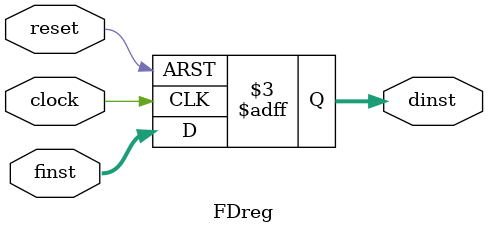
<source format=v>
`timescale 1ns / 1ps
module FDreg(
  input clock, reset,
  input [31:0]finst,
  
  output [31:0]dinst
    );
  
  reg [31:0]dinst;
  
  always @(negedge reset or posedge clock)
    if (reset == 0)
		begin
		  dinst <= 0;
		end
	 else 
		begin
		  dinst <= finst;
	   end
endmodule

</source>
